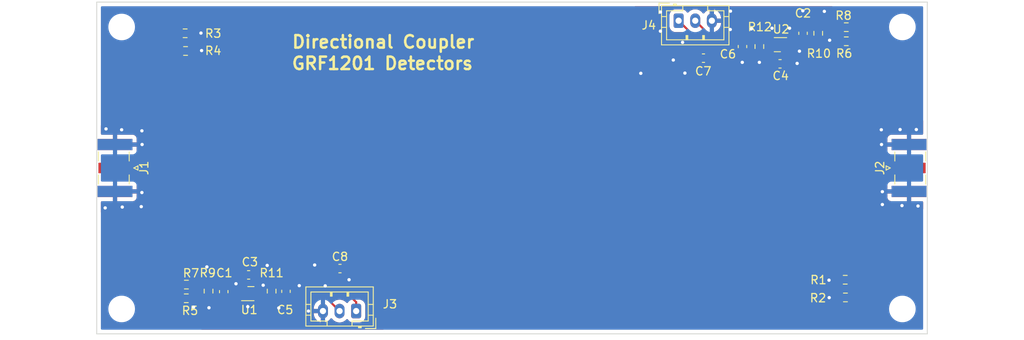
<source format=kicad_pcb>
(kicad_pcb (version 20211014) (generator pcbnew)
  (layers (0 "F.Cu" signal) (31 "B.Cu" signal) (34 "B.Paste" user) (35 "F.Paste" user) (36 "B.SilkS" user "B.Silkscreen") (37 "F.SilkS" user "F.Silkscreen") (38 "B.Mask" user) (39 "F.Mask" user) (44 "Edge.Cuts" user))
  (net 0 "")
  (net 1 "Net-(C1-Pad1)")
  (net 2 "Net-(C1-Pad2)")
  (net 3 "Net-(C2-Pad1)")
  (net 4 "Net-(C2-Pad2)")
  (net 5 "GND")
  (net 6 "Net-(C5-Pad1)")
  (net 7 "Net-(C6-Pad1)")
  (net 8 "Net-(J1-Pad1)")
  (net 9 "Net-(R1-Pad1)")
  (net 10 "Net-(R3-Pad1)")
  (net 11 "/Vcc2")
  (net 12 "/Vcc1")
  (footprint "Capacitor_SMD:C_0603_1608Metric" (layer "F.Cu") (at 177.7492 105.3592 -90)
    (fp_text reference "C6" (at 0.9144 1.7526) (layer "F.SilkS"))
    (fp_text value "C")
    (fp_line (start -0.14058 -0.51) (end 0.14058 -0.51) (layer "F.SilkS") (width 0.12))
    (fp_line (start -0.14058 0.51) (end 0.14058 0.51) (layer "F.SilkS") (width 0.12))
    (pad "1" smd roundrect (at -0.775 0 270) (size 0.9 0.95) (layers "F.Cu" "F.Paste" "F.Mask") (net 7 "Net-(C6-Pad1)"))
    (pad "2" smd roundrect (at 0.775 0 270) (size 0.9 0.95) (layers "F.Cu" "F.Paste" "F.Mask") (net 5 "GND"))
  )
  (footprint "Resistor_SMD:R_0603_1608Metric" (layer "F.Cu") (at 110.7948 134.0612 180)
    (fp_text reference "R7" (at -0.5588 1.3716) (layer "F.SilkS"))
    (fp_text value "R")
    (fp_line (start -0.237258 0.5225) (end 0.237258 0.5225) (layer "F.SilkS") (width 0.12))
    (fp_line (start -0.237258 -0.5225) (end 0.237258 -0.5225) (layer "F.SilkS") (width 0.12))
    (pad "1" smd roundrect (at -0.825 0 180) (size 0.8 0.95) (layers "F.Cu" "F.Paste" "F.Mask") (net 1 "Net-(C1-Pad1)"))
    (pad "2" smd roundrect (at 0.825 0 180) (size 0.8 0.95) (layers "F.Cu" "F.Paste" "F.Mask") (net 9 "Net-(R1-Pad1)"))
  )
  (footprint "Resistor_SMD:R_0603_1608Metric" (layer "F.Cu") (at 179.7812 105.3592 -90)
    (fp_text reference "R12" (at -2.3622 -0.0508) (layer "F.SilkS"))
    (fp_text value "R")
    (fp_line (start -0.237258 0.5225) (end 0.237258 0.5225) (layer "F.SilkS") (width 0.12))
    (fp_line (start -0.237258 -0.5225) (end 0.237258 -0.5225) (layer "F.SilkS") (width 0.12))
    (pad "1" smd roundrect (at -0.825 0 270) (size 0.8 0.95) (layers "F.Cu" "F.Paste" "F.Mask") (net 7 "Net-(C6-Pad1)"))
    (pad "2" smd roundrect (at 0.825 0 270) (size 0.8 0.95) (layers "F.Cu" "F.Paste" "F.Mask") (net 5 "GND"))
  )
  (footprint "Resistor_SMD:R_0603_1608Metric" (layer "F.Cu") (at 190.246 103.0224)
    (fp_text reference "R8" (at -0.3302 -1.397) (layer "F.SilkS"))
    (fp_text value "R")
    (fp_line (start -0.237258 -0.5225) (end 0.237258 -0.5225) (layer "F.SilkS") (width 0.12))
    (fp_line (start -0.237258 0.5225) (end 0.237258 0.5225) (layer "F.SilkS") (width 0.12))
    (pad "1" smd roundrect (at -0.825 0) (size 0.8 0.95) (layers "F.Cu" "F.Paste" "F.Mask") (net 3 "Net-(C2-Pad1)"))
    (pad "2" smd roundrect (at 0.825 0) (size 0.8 0.95) (layers "F.Cu" "F.Paste" "F.Mask") (net 10 "Net-(R3-Pad1)"))
  )
  (footprint "Resistor_SMD:R_0603_1608Metric" (layer "F.Cu") (at 110.7816 135.7122)
    (fp_text reference "R5" (at 0.445 1.4986) (layer "F.SilkS"))
    (fp_text value "R")
    (fp_line (start -0.237258 -0.5225) (end 0.237258 -0.5225) (layer "F.SilkS") (width 0.12))
    (fp_line (start -0.237258 0.5225) (end 0.237258 0.5225) (layer "F.SilkS") (width 0.12))
    (pad "1" smd roundrect (at -0.825 0) (size 0.8 0.95) (layers "F.Cu" "F.Paste" "F.Mask") (net 9 "Net-(R1-Pad1)"))
    (pad "2" smd roundrect (at 0.825 0) (size 0.8 0.95) (layers "F.Cu" "F.Paste" "F.Mask") (net 5 "GND"))
  )
  (footprint "Connector_JST:JST_PH_B3B-PH-K_1x03_P2.00mm_Vertical" (layer "F.Cu") (at 131.2352 137.2528 180)
    (fp_text reference "J3" (at -4.0706 0.8294 180) (layer "F.SilkS"))
    (fp_text value "Conn_01x03")
    (fp_line (start 2.9 2.3) (end 2.9 1.8) (layer "F.SilkS") (width 0.12))
    (fp_line (start 6.06 2.91) (end 6.06 -1.81) (layer "F.SilkS") (width 0.12))
    (fp_line (start 3.1 1.8) (end 3.1 2.3) (layer "F.SilkS") (width 0.12))
    (fp_line (start 0.9 2.3) (end 0.9 1.8) (layer "F.SilkS") (width 0.12))
    (fp_line (start 6.06 -1.81) (end -2.06 -1.81) (layer "F.SilkS") (width 0.12))
    (fp_line (start 0.5 -1.2) (end -1.45 -1.2) (layer "F.SilkS") (width 0.12))
    (fp_line (start 0.9 1.8) (end 1.1 1.8) (layer "F.SilkS") (width 0.12))
    (fp_line (start -1.45 2.3) (end 5.45 2.3) (layer "F.SilkS") (width 0.12))
    (fp_line (start -0.3 -1.91) (end -0.6 -1.91) (layer "F.SilkS") (width 0.12))
    (fp_line (start 6.06 0.8) (end 5.45 0.8) (layer "F.SilkS") (width 0.12))
    (fp_line (start 5.45 -1.2) (end 3.5 -1.2) (layer "F.SilkS") (width 0.12))
    (fp_line (start 0.5 -1.81) (end 0.5 -1.2) (layer "F.SilkS") (width 0.12))
    (fp_line (start -1.11 -2.11) (end -2.36 -2.11) (layer "F.SilkS") (width 0.12))
    (fp_line (start 2.9 1.8) (end 3.1 1.8) (layer "F.SilkS") (width 0.12))
    (fp_line (start -2.06 -1.81) (end -2.06 2.91) (layer "F.SilkS") (width 0.12))
    (fp_line (start -2.06 -0.5) (end -1.45 -0.5) (layer "F.SilkS") (width 0.12))
    (fp_line (start -2.06 2.91) (end 6.06 2.91) (layer "F.SilkS") (width 0.12))
    (fp_line (start 3.5 -1.2) (end 3.5 -1.81) (layer "F.SilkS") (width 0.12))
    (fp_line (start 3 2.3) (end 3 1.8) (layer "F.SilkS") (width 0.12))
    (fp_line (start -0.3 -1.81) (end -0.3 -2.01) (layer "F.SilkS") (width 0.12))
    (fp_line (start -0.3 -2.01) (end -0.6 -2.01) (layer "F.SilkS") (width 0.12))
    (fp_line (start -1.45 -1.2) (end -1.45 2.3) (layer "F.SilkS") (width 0.12))
    (fp_line (start 1.1 1.8) (end 1.1 2.3) (layer "F.SilkS") (width 0.12))
    (fp_line (start -0.6 -2.01) (end -0.6 -1.81) (layer "F.SilkS") (width 0.12))
    (fp_line (start -2.36 -2.11) (end -2.36 -0.86) (layer "F.SilkS") (width 0.12))
    (fp_line (start 5.45 2.3) (end 5.45 -1.2) (layer "F.SilkS") (width 0.12))
    (fp_line (start 1 2.3) (end 1 1.8) (layer "F.SilkS") (width 0.12))
    (fp_line (start -2.06 0.8) (end -1.45 0.8) (layer "F.SilkS") (width 0.12))
    (fp_line (start 6.06 -0.5) (end 5.45 -0.5) (layer "F.SilkS") (width 0.12))
    (pad "1" thru_hole roundrect (at 0 0 180) (size 1.2 1.75) (drill 0.75) (layers *.Cu *.Mask) (roundrect_rratio 0.2083333333) (net 11 "/Vcc2"))
    (pad "2" thru_hole oval (at 2 0 180) (size 1.2 1.75) (drill 0.75) (layers *.Cu *.Mask) (net 6 "Net-(C5-Pad1)"))
    (pad "3" thru_hole oval (at 4 0 180) (size 1.2 1.75) (drill 0.75) (layers *.Cu *.Mask) (net 5 "GND"))
  )
  (footprint "MountingHole:MountingHole_2.2mm_M2_DIN965" (layer "F.Cu") (at 197 103)
    (fp_text reference "H2" hide)
    (fp_text value "MountingHole")
    (pad "" np_thru_hole circle (at 0 0) (size 2.2 2.2) (drill 2.2) (layers *.Cu *.Mask))
  )
  (footprint "Gorilla:DFN-6-1EP_1.5x1.5mm_P0.5mm_EP0.6x1..1mm" (layer "F.Cu") (at 182.3212 105.1306 180)
    (fp_text reference "U2" (at -0.0762 1.8542 180) (layer "F.SilkS"))
    (fp_text value "GRF1201")
    (fp_line (start -0.75 0.85) (end 0.75 0.85) (layer "F.SilkS") (width 0.12))
    (fp_line (start 0 -0.85) (end 0.75 -0.85) (layer "F.SilkS") (width 0.12))
    (pad "1" smd roundrect (at -0.75 -0.5 180) (size 0.4 0.2) (layers "F.Cu" "F.Paste" "F.Mask") (net 5 "GND"))
    (pad "2" smd roundrect (at -0.75 0 180) (size 0.4 0.2) (layers "F.Cu" "F.Paste" "F.Mask") (net 5 "GND"))
    (pad "3" smd roundrect (at -0.75 0.5 180) (size 0.4 0.2) (layers "F.Cu" "F.Paste" "F.Mask") (net 4 "Net-(C2-Pad2)"))
    (pad "4" smd roundrect (at 0.75 0.5 180) (size 0.4 0.2) (layers "F.Cu" "F.Paste" "F.Mask") (net 7 "Net-(C6-Pad1)"))
    (pad "5" smd roundrect (at 0.75 0 180) (size 0.4 0.2) (layers "F.Cu" "F.Paste" "F.Mask") (net 5 "GND"))
    (pad "6" smd roundrect (at 0.75 -0.5 180) (size 0.4 0.2) (layers "F.Cu" "F.Paste" "F.Mask") (net 12 "/Vcc1"))
    (pad "7" smd rect (at 0 0 180) (size 0.6 1.1) (layers "F.Cu" "F.Mask") (net 5 "GND"))
  )
  (footprint "Resistor_SMD:R_0603_1608Metric" (layer "F.Cu") (at 186.8678 103.759 -90)
    (fp_text reference "R10" (at 2.4384 -0.0762) (layer "F.SilkS"))
    (fp_text value "R")
    (fp_line (start -0.237258 -0.5225) (end 0.237258 -0.5225) (layer "F.SilkS") (width 0.12))
    (fp_line (start -0.237258 0.5225) (end 0.237258 0.5225) (layer "F.SilkS") (width 0.12))
    (pad "1" smd roundrect (at -0.825 0 270) (size 0.8 0.95) (layers "F.Cu" "F.Paste" "F.Mask") (net 3 "Net-(C2-Pad1)"))
    (pad "2" smd roundrect (at 0.825 0 270) (size 0.8 0.95) (layers "F.Cu" "F.Paste" "F.Mask") (net 5 "GND"))
  )
  (footprint "MountingHole:MountingHole_2.2mm_M2_DIN965" (layer "F.Cu") (at 197 137)
    (fp_text reference "H4" hide)
    (fp_text value "MountingHole")
    (pad "" np_thru_hole circle (at 0 0) (size 2.2 2.2) (drill 2.2) (layers *.Cu *.Mask))
  )
  (footprint "Capacitor_SMD:C_0603_1608Metric" (layer "F.Cu") (at 118.2878 132.8928 180)
    (fp_text reference "C3" (at -0.1524 1.5494) (layer "F.SilkS"))
    (fp_text value "C")
    (fp_line (start -0.14058 -0.51) (end 0.14058 -0.51) (layer "F.SilkS") (width 0.12))
    (fp_line (start -0.14058 0.51) (end 0.14058 0.51) (layer "F.SilkS") (width 0.12))
    (pad "1" smd roundrect (at -0.775 0 180) (size 0.9 0.95) (layers "F.Cu" "F.Paste" "F.Mask") (net 11 "/Vcc2"))
    (pad "2" smd roundrect (at 0.775 0 180) (size 0.9 0.95) (layers "F.Cu" "F.Paste" "F.Mask") (net 5 "GND"))
  )
  (footprint "Capacitor_SMD:C_0603_1608Metric" (layer "F.Cu") (at 129.286 132.1308)
    (fp_text reference "C8" (at 0 -1.43) (layer "F.SilkS"))
    (fp_text value "C")
    (fp_line (start -0.14058 -0.51) (end 0.14058 -0.51) (layer "F.SilkS") (width 0.12))
    (fp_line (start -0.14058 0.51) (end 0.14058 0.51) (layer "F.SilkS") (width 0.12))
    (pad "1" smd roundrect (at -0.775 0) (size 0.9 0.95) (layers "F.Cu" "F.Paste" "F.Mask") (net 11 "/Vcc2"))
    (pad "2" smd roundrect (at 0.775 0) (size 0.9 0.95) (layers "F.Cu" "F.Paste" "F.Mask") (net 5 "GND"))
  )
  (footprint "Connector_JST:JST_PH_B3B-PH-K_1x03_P2.00mm_Vertical" (layer "F.Cu") (at 170.0596 102.2438)
    (fp_text reference "J4" (at -3.588 0.55) (layer "F.SilkS"))
    (fp_text value "Conn_01x03")
    (fp_line (start 3.5 -1.2) (end 3.5 -1.81) (layer "F.SilkS") (width 0.12))
    (fp_line (start -2.06 -1.81) (end -2.06 2.91) (layer "F.SilkS") (width 0.12))
    (fp_line (start 0.9 1.8) (end 1.1 1.8) (layer "F.SilkS") (width 0.12))
    (fp_line (start 3 2.3) (end 3 1.8) (layer "F.SilkS") (width 0.12))
    (fp_line (start 2.9 1.8) (end 3.1 1.8) (layer "F.SilkS") (width 0.12))
    (fp_line (start 0.9 2.3) (end 0.9 1.8) (layer "F.SilkS") (width 0.12))
    (fp_line (start 5.45 2.3) (end 5.45 -1.2) (layer "F.SilkS") (width 0.12))
    (fp_line (start -2.06 0.8) (end -1.45 0.8) (layer "F.SilkS") (width 0.12))
    (fp_line (start -2.06 2.91) (end 6.06 2.91) (layer "F.SilkS") (width 0.12))
    (fp_line (start -0.3 -2.01) (end -0.6 -2.01) (layer "F.SilkS") (width 0.12))
    (fp_line (start 6.06 -0.5) (end 5.45 -0.5) (layer "F.SilkS") (width 0.12))
    (fp_line (start 1.1 1.8) (end 1.1 2.3) (layer "F.SilkS") (width 0.12))
    (fp_line (start -1.11 -2.11) (end -2.36 -2.11) (layer "F.SilkS") (width 0.12))
    (fp_line (start 2.9 2.3) (end 2.9 1.8) (layer "F.SilkS") (width 0.12))
    (fp_line (start 0.5 -1.2) (end -1.45 -1.2) (layer "F.SilkS") (width 0.12))
    (fp_line (start -2.06 -0.5) (end -1.45 -0.5) (layer "F.SilkS") (width 0.12))
    (fp_line (start 6.06 -1.81) (end -2.06 -1.81) (layer "F.SilkS") (width 0.12))
    (fp_line (start 6.06 0.8) (end 5.45 0.8) (layer "F.SilkS") (width 0.12))
    (fp_line (start -0.6 -2.01) (end -0.6 -1.81) (layer "F.SilkS") (width 0.12))
    (fp_line (start 6.06 2.91) (end 6.06 -1.81) (layer "F.SilkS") (width 0.12))
    (fp_line (start -1.45 2.3) (end 5.45 2.3) (layer "F.SilkS") (width 0.12))
    (fp_line (start -1.45 -1.2) (end -1.45 2.3) (layer "F.SilkS") (width 0.12))
    (fp_line (start -0.3 -1.91) (end -0.6 -1.91) (layer "F.SilkS") (width 0.12))
    (fp_line (start 3.1 1.8) (end 3.1 2.3) (layer "F.SilkS") (width 0.12))
    (fp_line (start -2.36 -2.11) (end -2.36 -0.86) (layer "F.SilkS") (width 0.12))
    (fp_line (start 0.5 -1.81) (end 0.5 -1.2) (layer "F.SilkS") (width 0.12))
    (fp_line (start 1 2.3) (end 1 1.8) (layer "F.SilkS") (width 0.12))
    (fp_line (start -0.3 -1.81) (end -0.3 -2.01) (layer "F.SilkS") (width 0.12))
    (fp_line (start 5.45 -1.2) (end 3.5 -1.2) (layer "F.SilkS") (width 0.12))
    (pad "1" thru_hole roundrect (at 0 0) (size 1.2 1.75) (drill 0.75) (layers *.Cu *.Mask) (roundrect_rratio 0.2083333333) (net 12 "/Vcc1"))
    (pad "2" thru_hole oval (at 2 0) (size 1.2 1.75) (drill 0.75) (layers *.Cu *.Mask) (net 7 "Net-(C6-Pad1)"))
    (pad "3" thru_hole oval (at 4 0) (size 1.2 1.75) (drill 0.75) (layers *.Cu *.Mask) (net 5 "GND"))
  )
  (footprint "Resistor_SMD:R_0603_1608Metric" (layer "F.Cu") (at 190.119 133.477 180)
    (fp_text reference "R1" (at 3.2258 -0.0254) (layer "F.SilkS"))
    (fp_text value "R")
    (fp_line (start -0.237258 -0.5225) (end 0.237258 -0.5225) (layer "F.SilkS") (width 0.12))
    (fp_line (start -0.237258 0.5225) (end 0.237258 0.5225) (layer "F.SilkS") (width 0.12))
    (pad "1" smd roundrect (at -0.825 0 180) (size 0.8 0.95) (layers "F.Cu" "F.Paste" "F.Mask") (net 9 "Net-(R1-Pad1)"))
    (pad "2" smd roundrect (at 0.825 0 180) (size 0.8 0.95) (layers "F.Cu" "F.Paste" "F.Mask") (net 5 "GND"))
  )
  (footprint "Connector_Coaxial:SMA_Samtec_SMA-J-P-X-ST-EM1_EdgeMount" (layer "F.Cu") (at 102.2 120 -90)
    (fp_text reference "J1" (at 0 -3.5 90) (layer "F.SilkS"))
    (fp_text value "Conn_Coaxial")
    (fp_line (start -1.95 -1.71) (end -0.84 -1.71) (layer "F.SilkS") (width 0.12))
    (fp_line (start 0.84 2) (end 1.95 2) (layer "F.SilkS") (width 0.12))
    (fp_line (start -1.95 2) (end -0.84 2) (layer "F.SilkS") (width 0.12))
    (fp_line (start 0 -2.26) (end 0.25 -2.76) (layer "F.SilkS") (width 0.12))
    (fp_line (start 0.84 -1.71) (end 1.95 -1.71) (layer "F.SilkS") (width 0.12))
    (fp_line (start 0.25 -2.76) (end -0.25 -2.76) (layer "F.SilkS") (width 0.12))
    (fp_line (start -0.25 -2.76) (end 0 -2.26) (layer "F.SilkS") (width 0.12))
    (pad "1" smd rect (at 0 0.2 270) (size 1.27 3.6) (layers "F.Cu" "F.Paste" "F.Mask") (net 8 "Net-(J1-Pad1)"))
    (pad "2" smd rect (at -2.825 0 270) (size 1.35 4.2) (layers "F.Cu" "F.Paste" "F.Mask") (net 5 "GND"))
    (pad "2" smd rect (at -2.825 0 270) (size 1.35 4.2) (layers "B.Cu" "B.Paste" "B.Mask") (net 5 "GND"))
    (pad "2" smd rect (at 2.825 0 270) (size 1.35 4.2) (layers "F.Cu" "F.Paste" "F.Mask") (net 5 "GND"))
    (pad "2" smd rect (at 2.825 0 270) (size 1.35 4.2) (layers "B.Cu" "B.Paste" "B.Mask") (net 5 "GND"))
  )
  (footprint "MountingHole:MountingHole_2.2mm_M2_DIN965" (layer "F.Cu") (at 103 103)
    (fp_text reference "H1" hide)
    (fp_text value "MountingHole")
    (pad "" np_thru_hole circle (at 0 0) (size 2.2 2.2) (drill 2.2) (layers *.Cu *.Mask))
  )
  (footprint "Resistor_SMD:R_0603_1608Metric" (layer "F.Cu") (at 190.246 104.7242 180)
    (fp_text reference "R6" (at 0.254 -1.4732) (layer "F.SilkS"))
    (fp_text value "R")
    (fp_line (start -0.237258 -0.5225) (end 0.237258 -0.5225) (layer "F.SilkS") (width 0.12))
    (fp_line (start -0.237258 0.5225) (end 0.237258 0.5225) (layer "F.SilkS") (width 0.12))
    (pad "1" smd roundrect (at -0.825 0 180) (size 0.8 0.95) (layers "F.Cu" "F.Paste" "F.Mask") (net 10 "Net-(R3-Pad1)"))
    (pad "2" smd roundrect (at 0.825 0 180) (size 0.8 0.95) (layers "F.Cu" "F.Paste" "F.Mask") (net 5 "GND"))
  )
  (footprint "Connector_Coaxial:SMA_Samtec_SMA-J-P-X-ST-EM1_EdgeMount" (layer "F.Cu") (at 197.8 120 90)
    (fp_text reference "J2" (at 0 -3.5 90) (layer "F.SilkS"))
    (fp_text value "Conn_Coaxial")
    (fp_line (start -1.95 2) (end -0.84 2) (layer "F.SilkS") (width 0.12))
    (fp_line (start 0.25 -2.76) (end -0.25 -2.76) (layer "F.SilkS") (width 0.12))
    (fp_line (start -1.95 -1.71) (end -0.84 -1.71) (layer "F.SilkS") (width 0.12))
    (fp_line (start -0.25 -2.76) (end 0 -2.26) (layer "F.SilkS") (width 0.12))
    (fp_line (start 0.84 2) (end 1.95 2) (layer "F.SilkS") (width 0.12))
    (fp_line (start 0 -2.26) (end 0.25 -2.76) (layer "F.SilkS") (width 0.12))
    (fp_line (start 0.84 -1.71) (end 1.95 -1.71) (layer "F.SilkS") (width 0.12))
    (pad "1" smd rect (at 0 0.2 90) (size 1.27 3.6) (layers "F.Cu" "F.Paste" "F.Mask") (net 8 "Net-(J1-Pad1)"))
    (pad "2" smd rect (at -2.825 0 90) (size 1.35 4.2) (layers "B.Cu" "B.Paste" "B.Mask") (net 5 "GND"))
    (pad "2" smd rect (at 2.825 0 90) (size 1.35 4.2) (layers "B.Cu" "B.Paste" "B.Mask") (net 5 "GND"))
    (pad "2" smd rect (at 2.825 0 90) (size 1.35 4.2) (layers "F.Cu" "F.Paste" "F.Mask") (net 5 "GND"))
    (pad "2" smd rect (at -2.825 0 90) (size 1.35 4.2) (layers "F.Cu" "F.Paste" "F.Mask") (net 5 "GND"))
  )
  (footprint "Resistor_SMD:R_0603_1608Metric" (layer "F.Cu") (at 110.6932 105.8926)
    (fp_text reference "R4" (at 3.3274 -0.0254) (layer "F.SilkS"))
    (fp_text value "R")
    (fp_line (start -0.237258 -0.5225) (end 0.237258 -0.5225) (layer "F.SilkS") (width 0.12))
    (fp_line (start -0.237258 0.5225) (end 0.237258 0.5225) (layer "F.SilkS") (width 0.12))
    (pad "1" smd roundrect (at -0.825 0) (size 0.8 0.95) (layers "F.Cu" "F.Paste" "F.Mask") (net 10 "Net-(R3-Pad1)"))
    (pad "2" smd roundrect (at 0.825 0) (size 0.8 0.95) (layers "F.Cu" "F.Paste" "F.Mask") (net 5 "GND"))
  )
  (footprint "Gorilla:DFN-6-1EP_1.5x1.5mm_P0.5mm_EP0.6x1..1mm" (layer "F.Cu") (at 118.1862 135.1534)
    (fp_text reference "U1" (at 0.1778 1.9558) (layer "F.SilkS"))
    (fp_text value "GRF1201")
    (fp_line (start 0 -0.85) (end 0.75 -0.85) (layer "F.SilkS") (width 0.12))
    (fp_line (start -0.75 0.85) (end 0.75 0.85) (layer "F.SilkS") (width 0.12))
    (pad "1" smd roundrect (at -0.75 -0.5) (size 0.4 0.2) (layers "F.Cu" "F.Paste" "F.Mask") (net 5 "GND"))
    (pad "2" smd roundrect (at -0.75 0) (size 0.4 0.2) (layers "F.Cu" "F.Paste" "F.Mask") (net 5 "GND"))
    (pad "3" smd roundrect (at -0.75 0.5) (size 0.4 0.2) (layers "F.Cu" "F.Paste" "F.Mask") (net 2 "Net-(C1-Pad2)"))
    (pad "4" smd roundrect (at 0.75 0.5) (size 0.4 0.2) (layers "F.Cu" "F.Paste" "F.Mask") (net 6 "Net-(C5-Pad1)"))
    (pad "5" smd roundrect (at 0.75 0) (size 0.4 0.2) (layers "F.Cu" "F.Paste" "F.Mask") (net 5 "GND"))
    (pad "6" smd roundrect (at 0.75 -0.5) (size 0.4 0.2) (layers "F.Cu" "F.Paste" "F.Mask") (net 11 "/Vcc2"))
    (pad "7" smd rect (at 0 0) (size 0.6 1.1) (layers "F.Cu" "F.Mask") (net 5 "GND"))
  )
  (footprint "MountingHole:MountingHole_2.2mm_M2_DIN965" (layer "F.Cu") (at 103 137)
    (fp_text reference "H3" hide)
    (fp_text value "MountingHole")
    (pad "" np_thru_hole circle (at 0 0) (size 2.2 2.2) (drill 2.2) (layers *.Cu *.Mask))
  )
  (footprint "Resistor_SMD:R_0603_1608Metric" (layer "F.Cu") (at 113.4618 134.8486 -90)
    (fp_text reference "R9" (at -2.1844 0.1016) (layer "F.SilkS"))
    (fp_text value "R")
    (fp_line (start -0.237258 -0.5225) (end 0.237258 -0.5225) (layer "F.SilkS") (width 0.12))
    (fp_line (start -0.237258 0.5225) (end 0.237258 0.5225) (layer "F.SilkS") (width 0.12))
    (pad "1" smd roundrect (at -0.825 0 270) (size 0.8 0.95) (layers "F.Cu" "F.Paste" "F.Mask") (net 1 "Net-(C1-Pad1)"))
    (pad "2" smd roundrect (at 0.825 0 270) (size 0.8 0.95) (layers "F.Cu" "F.Paste" "F.Mask") (net 5 "GND"))
  )
  (footprint "Capacitor_SMD:C_0603_1608Metric" (layer "F.Cu") (at 182.2704 107.442)
    (fp_text reference "C4" (at 0.0762 1.4478) (layer "F.SilkS"))
    (fp_text value "C")
    (fp_line (start -0.14058 -0.51) (end 0.14058 -0.51) (layer "F.SilkS") (width 0.12))
    (fp_line (start -0.14058 0.51) (end 0.14058 0.51) (layer "F.SilkS") (width 0.12))
    (pad "1" smd roundrect (at -0.775 0) (size 0.9 0.95) (layers "F.Cu" "F.Paste" "F.Mask") (net 12 "/Vcc1"))
    (pad "2" smd roundrect (at 0.775 0) (size 0.9 0.95) (layers "F.Cu" "F.Paste" "F.Mask") (net 5 "GND"))
  )
  (footprint "Resistor_SMD:R_0603_1608Metric" (layer "F.Cu") (at 190.1444 135.6106 180)
    (fp_text reference "R2" (at 3.302 -0.0762) (layer "F.SilkS"))
    (fp_text value "R")
    (fp_line (start -0.237258 0.5225) (end 0.237258 0.5225) (layer "F.SilkS") (width 0.12))
    (fp_line (start -0.237258 -0.5225) (end 0.237258 -0.5225) (layer "F.SilkS") (width 0.12))
    (pad "1" smd roundrect (at -0.825 0 180) (size 0.8 0.95) (layers "F.Cu" "F.Paste" "F.Mask") (net 9 "Net-(R1-Pad1)"))
    (pad "2" smd roundrect (at 0.825 0 180) (size 0.8 0.95) (layers "F.Cu" "F.Paste" "F.Mask") (net 5 "GND"))
  )
  (footprint "Capacitor_SMD:C_0603_1608Metric" (layer "F.Cu") (at 173.0502 106.7562)
    (fp_text reference "C7" (at -0.0254 1.5748) (layer "F.SilkS"))
    (fp_text value "C")
    (fp_line (start -0.14058 -0.51) (end 0.14058 -0.51) (layer "F.SilkS") (width 0.12))
    (fp_line (start -0.14058 0.51) (end 0.14058 0.51) (layer "F.SilkS") (width 0.12))
    (pad "1" smd roundrect (at -0.775 0) (size 0.9 0.95) (layers "F.Cu" "F.Paste" "F.Mask") (net 12 "/Vcc1"))
    (pad "2" smd roundrect (at 0.775 0) (size 0.9 0.95) (layers "F.Cu" "F.Paste" "F.Mask") (net 5 "GND"))
  )
  (footprint "Capacitor_SMD:C_0603_1608Metric" (layer "F.Cu") (at 115.2906 134.9124 -90)
    (fp_text reference "C1" (at -2.2482 -0.0762) (layer "F.SilkS"))
    (fp_text value "C")
    (fp_line (start -0.14058 0.51) (end 0.14058 0.51) (layer "F.SilkS") (width 0.12))
    (fp_line (start -0.14058 -0.51) (end 0.14058 -0.51) (layer "F.SilkS") (width 0.12))
    (pad "1" smd roundrect (at -0.775 0 270) (size 0.9 0.95) (layers "F.Cu" "F.Paste" "F.Mask") (net 1 "Net-(C1-Pad1)"))
    (pad "2" smd roundrect (at 0.775 0 270) (size 0.9 0.95) (layers "F.Cu" "F.Paste" "F.Mask") (net 2 "Net-(C1-Pad2)"))
  )
  (footprint "Resistor_SMD:R_0603_1608Metric" (layer "F.Cu") (at 121.0564 134.8486 90)
    (fp_text reference "R11" (at 2.1844 0) (layer "F.SilkS"))
    (fp_text value "R")
    (fp_line (start -0.237258 0.5225) (end 0.237258 0.5225) (layer "F.SilkS") (width 0.12))
    (fp_line (start -0.237258 -0.5225) (end 0.237258 -0.5225) (layer "F.SilkS") (width 0.12))
    (pad "1" smd roundrect (at -0.825 0 90) (size 0.8 0.95) (layers "F.Cu" "F.Paste" "F.Mask") (net 6 "Net-(C5-Pad1)"))
    (pad "2" smd roundrect (at 0.825 0 90) (size 0.8 0.95) (layers "F.Cu" "F.Paste" "F.Mask") (net 5 "GND"))
  )
  (footprint "Capacitor_SMD:C_0603_1608Metric" (layer "F.Cu") (at 185.039 103.759 -90)
    (fp_text reference "C2" (at -2.413 0) (layer "F.SilkS"))
    (fp_text value "C")
    (fp_line (start -0.14058 -0.51) (end 0.14058 -0.51) (layer "F.SilkS") (width 0.12))
    (fp_line (start -0.14058 0.51) (end 0.14058 0.51) (layer "F.SilkS") (width 0.12))
    (pad "1" smd roundrect (at -0.775 0 270) (size 0.9 0.95) (layers "F.Cu" "F.Paste" "F.Mask") (net 3 "Net-(C2-Pad1)"))
    (pad "2" smd roundrect (at 0.775 0 270) (size 0.9 0.95) (layers "F.Cu" "F.Paste" "F.Mask") (net 4 "Net-(C2-Pad2)"))
  )
  (footprint "Capacitor_SMD:C_0603_1608Metric" (layer "F.Cu") (at 122.7836 134.874 90)
    (fp_text reference "C5" (at -2.2352 -0.1016) (layer "F.SilkS"))
    (fp_text value "C")
    (fp_line (start -0.14058 -0.51) (end 0.14058 -0.51) (layer "F.SilkS") (width 0.12))
    (fp_line (start -0.14058 0.51) (end 0.14058 0.51) (layer "F.SilkS") (width 0.12))
    (pad "1" smd roundrect (at -0.775 0 90) (size 0.9 0.95) (layers "F.Cu" "F.Paste" "F.Mask") (net 6 "Net-(C5-Pad1)"))
    (pad "2" smd roundrect (at 0.775 0 90) (size 0.9 0.95) (layers "F.Cu" "F.Paste" "F.Mask") (net 5 "GND"))
  )
  (footprint "Resistor_SMD:R_0603_1608Metric" (layer "F.Cu") (at 110.6424 103.759)
    (fp_text reference "R3" (at 3.3782 0.0254) (layer "F.SilkS"))
    (fp_text value "R")
    (fp_line (start -0.237258 -0.5225) (end 0.237258 -0.5225) (layer "F.SilkS") (width 0.12))
    (fp_line (start -0.237258 0.5225) (end 0.237258 0.5225) (layer "F.SilkS") (width 0.12))
    (pad "1" smd roundrect (at -0.825 0) (size 0.8 0.95) (layers "F.Cu" "F.Paste" "F.Mask") (net 10 "Net-(R3-Pad1)"))
    (pad "2" smd roundrect (at 0.825 0) (size 0.8 0.95) (layers "F.Cu" "F.Paste" "F.Mask") (net 5 "GND"))
  )
  (gr_line (start 200 140) (end 100 140) (layer "Edge.Cuts") (width 0.1))
  (gr_line (start 100 100) (end 200 100) (layer "Edge.Cuts") (width 0.1))
  (gr_line (start 200 100) (end 200 140) (layer "Edge.Cuts") (width 0.1))
  (gr_line (start 100 140) (end 100 100) (layer "Edge.Cuts") (width 0.1))
  (gr_text "GRF1201 Detectors" (at 134.3914 107.3912) (layer "F.SilkS") (effects (font (size 1.5 1.5) (thickness 0.3))))
  (gr_text "Directional Coupler" (at 134.493 104.8004) (layer "F.SilkS") (effects (font (size 1.5 1.5) (thickness 0.3))))
  (segment (start 113.4618 134.0236) (end 111.6574 134.0236) (width 0.25) (layer "F.Cu") (net 1))
  (segment (start 111.6574 134.0236) (end 111.6198 134.0612) (width 0.25) (layer "F.Cu") (net 1))
  (segment (start 115.2906 134.1374) (end 113.5756 134.1374) (width 0.25) (layer "F.Cu") (net 1))
  (segment (start 113.5756 134.1374) (end 113.4618 134.0236) (width 0.25) (layer "F.Cu") (net 1))
  (segment (start 115.2906 135.6874) (end 117.2147 135.6874) (width 0.25) (layer "F.Cu") (net 2))
  (segment (start 117.2147 135.6874) (end 117.2487 135.6534) (width 0.25) (layer "F.Cu") (net 2))
  (segment (start 189.421 103.0224) (end 186.9562 103.0224) (width 0.25) (layer "F.Cu") (net 3))
  (segment (start 186.8178 102.984) (end 186.8678 102.934) (width 0.25) (layer "F.Cu") (net 3))
  (segment (start 185.039 102.984) (end 186.8178 102.984) (width 0.25) (layer "F.Cu") (net 3))
  (segment (start 186.9562 103.0224) (end 186.8678 102.934) (width 0.25) (layer "F.Cu") (net 3))
  (segment (start 184.9424 104.6306) (end 185.039 104.534) (width 0.25) (layer "F.Cu") (net 4))
  (segment (start 183.2587 104.6306) (end 184.9424 104.6306) (width 0.25) (layer "F.Cu") (net 4))
  (segment (start 122.7082 134.0236) (end 122.7836 134.099) (width 0.25) (layer "F.Cu") (net 5))
  (segment (start 113.5126 135.7244) (end 113.4618 135.6736) (width 0.25) (layer "F.Cu") (net 5))
  (segment (start 116.7638 133.5402) (end 117.4366 132.8674) (width 0.25) (layer "F.Cu") (net 5))
  (segment (start 119.608528 135.1534) (end 120.0404 134.721528) (width 0.25) (layer "F.Cu") (net 5))
  (segment (start 120.1542 134.0236) (end 120.0404 134.1374) (width 0.25) (layer "F.Cu") (net 5))
  (segment (start 116.7638 133.9596) (end 116.7638 134.1685) (width 0.25) (layer "F.Cu") (net 5))
  (segment (start 183.2587 105.1306) (end 183.8198 105.1306) (width 0.25) (layer "F.Cu") (net 5))
  (segment (start 119.1237 135.1534) (end 119.608528 135.1534) (width 0.25) (layer "F.Cu") (net 5))
  (segment (start 121.0564 134.0236) (end 122.7082 134.0236) (width 0.25) (layer "F.Cu") (net 5))
  (segment (start 130.3782 133.477) (end 130.3782 132.3818) (width 0.25) (layer "F.Cu") (net 5))
  (segment (start 111.6584 135.764) (end 111.6066 135.7122) (width 0.25) (layer "F.Cu") (net 5))
  (segment (start 183.2587 105.1306) (end 182.3212 105.1306) (width 0.25) (layer "F.Cu") (net 5))
  (segment (start 117.6862 134.6534) (end 118.1862 135.1534) (width 0.25) (layer "F.Cu") (net 5))
  (segment (start 112.5728 105.8926) (end 112.6236 105.8418) (width 0.25) (layer "F.Cu") (net 5))
  (segment (start 183.2587 105.6306) (end 184.3198 105.6306) (width 0.25) (layer "F.Cu") (net 5))
  (segment (start 119.1237 135.1534) (end 118.1862 135.1534) (width 0.25) (layer "F.Cu") (net 5))
  (segment (start 188.3664 104.7242) (end 188.2394 104.5972) (width 0.25) (layer "F.Cu") (net 5))
  (segment (start 130.3782 132.3818) (end 130.1692 132.1728) (width 0.25) (layer "F.Cu") (net 5))
  (segment (start 111.6584 136.779) (end 111.6584 135.764) (width 0.25) (layer "F.Cu") (net 5))
  (segment (start 112.522 103.759) (end 112.5474 103.7336) (width 0.25) (layer "F.Cu") (net 5))
  (segment (start 184.3198 105.6306) (end 184.6072 105.918) (width 0.25) (layer "F.Cu") (net 5))
  (segment (start 127.2352 137.2528) (end 125.4926 137.2528) (width 0.25) (layer "F.Cu") (net 5))
  (segment (start 120.0404 134.721528) (end 120.0404 134.1374) (width 0.25) (layer "F.Cu") (net 5))
  (segment (start 189.421 104.7242) (end 188.3664 104.7242) (width 0.25) (layer "F.Cu") (net 5))
  (segment (start 179.7812 106.1842) (end 180.8348 105.1306) (width 0.25) (layer "F.Cu") (net 5))
  (segment (start 188.1886 135.636) (end 189.294 135.636) (width 0.25) (layer "F.Cu") (net 5))
  (segment (start 188.1632 133.5278) (end 189.2432 133.5278) (width 0.25) (layer "F.Cu") (net 5))
  (segment (start 118.1862 135.1534) (end 117.2487 135.1534) (width 0.25) (layer "F.Cu") (net 5))
  (segment (start 180.8348 105.1306) (end 181.3837 105.1306) (width 0.25) (layer "F.Cu") (net 5))
  (segment (start 111.5182 105.8926) (end 112.5728 105.8926) (width 0.25) (layer "F.Cu") (net 5))
  (segment (start 121.0564 134.0236) (end 120.1542 134.0236) (width 0.25) (layer "F.Cu") (net 5))
  (segment (start 111.4674 103.759) (end 112.522 103.759) (width 0.25) (layer "F.Cu") (net 5))
  (segment (start 113.5126 136.8552) (end 113.5126 135.7244) (width 0.25) (layer "F.Cu") (net 5))
  (segment (start 183.8198 105.1306) (end 184.6072 105.918) (width 0.25) (layer "F.Cu") (net 5))
  (segment (start 117.2487 134.6534) (end 117.6862 134.6534) (width 0.25) (layer "F.Cu") (net 5))
  (segment (start 189.2432 133.5278) (end 189.294 133.477) (width 0.25) (layer "F.Cu") (net 5))
  (segment (start 116.7638 134.1685) (end 117.2487 134.6534) (width 0.25) (layer "F.Cu") (net 5))
  (segment (start 181.3837 105.1306) (end 182.3212 105.1306) (width 0.25) (layer "F.Cu") (net 5))
  (segment (start 116.7638 133.9596) (end 116.7638 133.5402) (width 0.25) (layer "F.Cu") (net 5))
  (segment (start 189.294 135.636) (end 189.3194 135.6106) (width 0.25) (layer "F.Cu") (net 5))
  (via (at 105.3592 124.6632) (size 0.8) (drill 0.4) (layers "F.Cu" "B.Cu") (net 5))
  (via (at 176.276 103.3018) (size 0.8) (drill 0.4) (layers "F.Cu" "B.Cu") (net 5))
  (via (at 194.5894 124.4092) (size 0.8) (drill 0.4) (layers "F.Cu" "B.Cu") (net 5))
  (via (at 170.5356 104.8512) (size 0.8) (drill 0.4) (layers "F.Cu" "B.Cu") (net 5))
  (via (at 118.1862 136.7282) (size 0.8) (drill 0.4) (layers "F.Cu" "B.Cu") (net 5))
  (via (at 113.5126 136.8552) (size 0.8) (drill 0.4) (layers "F.Cu" "B.Cu") (net 5))
  (via (at 125.4926 137.2528) (size 0.8) (drill 0.4) (layers "F.Cu" "B.Cu") (net 5))
  (via (at 105.4354 115.5192) (size 0.8) (drill 0.4) (layers "F.Cu" "B.Cu") (net 5))
  (via (at 112.5474 103.7336) (size 0.8) (drill 0.4) (layers "F.Cu" "B.Cu") (net 5))
  (via (at 120.523 131.7498) (size 0.8) (drill 0.4) (layers "F.Cu" "B.Cu") (net 5))
  (via (at 198.882 124.587) (size 0.8) (drill 0.4) (layers "F.Cu" "B.Cu") (net 5))
  (via (at 188.2394 104.5972) (size 0.8) (drill 0.4) (layers "F.Cu" "B.Cu") (net 5))
  (via (at 196.9516 124.5362) (size 0.8) (drill 0.4) (layers "F.Cu" "B.Cu") (net 5))
  (via (at 105.4608 117.1702) (size 0.8) (drill 0.4) (layers "F.Cu" "B.Cu") (net 5))
  (via (at 167.8686 103.505) (size 0.8) (drill 0.4) (layers "F.Cu" "B.Cu") (net 5))
  (via (at 101.0158 124.8156) (size 0.8) (drill 0.4) (layers "F.Cu" "B.Cu") (net 5))
  (via (at 124.3838 134.1882) (size 0.8) (drill 0.4) (layers "F.Cu" "B.Cu") (net 5))
  (via (at 112.6236 105.8418) (size 0.8) (drill 0.4) (layers "F.Cu" "B.Cu") (net 5))
  (via (at 178.816 103.2256) (size 0.8) (drill 0.4) (layers "F.Cu" "B.Cu") (net 5))
  (via (at 179.7812 107.2642) (size 0.8) (drill 0.4) (layers "F.Cu" "B.Cu") (net 5))
  (via (at 188.1886 135.636) (size 0.8) (drill 0.4) (layers "F.Cu" "B.Cu") (net 5))
  (via (at 184.3278 107.3912) (size 0.8) (drill 0.4) (layers "F.Cu" "B.Cu") (net 5))
  (via (at 177.7238 107.2642) (size 0.8) (drill 0.4) (layers "F.Cu" "B.Cu") (net 5))
  (via (at 120.0404 134.1374) (size 0.8) (drill 0.4) (layers "F.Cu" "B.Cu") (net 5))
  (via (at 113.2586 131.9276) (size 0.8) (drill 0.4) (layers "F.Cu" "B.Cu") (net 5))
  (via (at 185.0136 101.0412) (size 0.8) (drill 0.4) (layers "F.Cu" "B.Cu") (net 5))
  (via (at 176.3014 101.092) (size 0.8) (drill 0.4) (layers "F.Cu" "B.Cu") (net 5))
  (via (at 184.6072 105.918) (size 0.8) (drill 0.4) (layers "F.Cu" "B.Cu") (net 5))
  (via (at 102.997 115.3922) (size 0.8) (drill 0.4) (layers "F.Cu" "B.Cu") (net 5))
  (via (at 170.815 108.5596) (size 0.8) (drill 0.4) (layers "F.Cu" "B.Cu") (net 5))
  (via (at 183.4134 103.1494) (size 0.8) (drill 0.4) (layers "F.Cu" "B.Cu") (net 5))
  (via (at 103.0732 124.714) (size 0.8) (drill 0.4) (layers "F.Cu" "B.Cu") (net 5))
  (via (at 194.4624 115.3922) (size 0.8) (drill 0.4) (layers "F.Cu" "B.Cu") (net 5))
  (via (at 194.4878 117.1702) (size 0.8) (drill 0.4) (layers "F.Cu" "B.Cu") (net 5))
  (via (at 188.1632 133.5278) (size 0.8) (drill 0.4) (layers "F.Cu" "B.Cu") (net 5))
  (via (at 165.5064 108.585) (size 0.8) (drill 0.4) (layers "F.Cu" "B.Cu") (net 5))
  (via (at 198.6788 115.3668) (size 0.8) (drill 0.4) (layers "F.Cu" "B.Cu") (net 5))
  (via (at 167.8686 101.1936) (size 0.8) (drill 0.4) (layers "F.Cu" "B.Cu") (net 5))
  (via (at 101.1174 115.2906) (size 0.8) (drill 0.4) (layers "F.Cu" "B.Cu") (net 5))
  (via (at 130.3782 133.477) (size 0.8) (drill 0.4) (layers "F.Cu" "B.Cu") (net 5))
  (via (at 111.6584 136.779) (size 0.8) (drill 0.4) (layers "F.Cu" "B.Cu") (net 5))
  (via (at 181.3052 103.1494) (size 0.8) (drill 0.4) (layers "F.Cu" "B.Cu") (net 5))
  (via (at 121.92 136.8806) (size 0.8) (drill 0.4) (layers "F.Cu" "B.Cu") (net 5))
  (via (at 116.7638 133.9596) (size 0.8) (drill 0.4) (layers "F.Cu" "B.Cu") (net 5))
  (via (at 127.508 134.2136) (size 0.8) (drill 0.4) (layers "F.Cu" "B.Cu") (net 5))
  (via (at 187.6044 101.1174) (size 0.8) (drill 0.4) (layers "F.Cu" "B.Cu") (net 5))
  (via (at 196.723 115.3668) (size 0.8) (drill 0.4) (layers "F.Cu" "B.Cu") (net 5))
  (via (at 126.238 131.699) (size 0.8) (drill 0.4) (layers "F.Cu" "B.Cu") (net 5))
  (via (at 105.4354 122.9614) (size 0.8) (drill 0.4) (layers "F.Cu" "B.Cu") (net 5))
  (via (at 194.5894 122.8598) (size 0.8) (drill 0.4) (layers "F.Cu" "B.Cu") (net 5))
  (via (at 169.418 106.9848) (size 0.8) (drill 0.4) (layers "F.Cu" "B.Cu") (net 5))
  (segment (start 121.0564 135.6736) (end 122.759 135.6736) (width 0.25) (layer "F.Cu") (net 6))
  (segment (start 127.6314 135.649) (end 122.7836 135.649) (width 0.25) (layer "F.Cu") (net 6))
  (segment (start 122.759 135.6736) (end 122.7836 135.649) (width 0.25) (layer "F.Cu") (net 6))
  (segment (start 121.0362 135.6534) (end 121.0564 135.6736) (width 0.25) (layer "F.Cu") (net 6))
  (segment (start 129.2352 137.2528) (end 127.6314 135.649) (width 0.25) (layer "F.Cu") (net 6))
  (segment (start 119.1237 135.6534) (end 121.0362 135.6534) (width 0.25) (layer "F.Cu") (net 6))
  (segment (start 177.7992 104.5342) (end 177.7492 104.5842) (width 0.25) (layer "F.Cu") (net 7))
  (segment (start 181.3837 104.6306) (end 179.8776 104.6306) (width 0.25) (layer "F.Cu") (net 7))
  (segment (start 179.7812 104.5342) (end 177.7992 104.5342) (width 0.25) (layer "F.Cu") (net 7))
  (segment (start 174.4 104.5842) (end 172.0596 102.2438) (width 0.25) (layer "F.Cu") (net 7))
  (segment (start 179.8776 104.6306) (end 179.7812 104.5342) (width 0.25) (layer "F.Cu") (net 7))
  (segment (start 177.7492 104.5842) (end 174.4 104.5842) (width 0.25) (layer "F.Cu") (net 7))
  (segment (start 102 120) (end 198 120) (width 3) (layer "F.Cu") (net 8))
  (segment (start 192 126.5936) (end 192 135.763) (width 2.85) (layer "F.Cu") (net 9))
  (segment (start 110 125.8898) (end 108.9152 126.9746) (width 2.85) (layer "F.Cu") (net 9))
  (segment (start 110 125.85) (end 110 125.8898) (width 2.85) (layer "F.Cu") (net 9))
  (segment (start 108.9152 126.9746) (end 108.9152 135.763) (width 2.85) (layer "F.Cu") (net 9))
  (segment (start 191.1788 125.85) (end 191.9224 126.5936) (width 2.85) (layer "F.Cu") (net 9))
  (segment (start 110 125.85) (end 191.1788 125.85) (width 2.85) (layer "F.Cu") (net 9))
  (segment (start 109.8828 114.15) (end 190.2958 114.15) (width 2.85) (layer "F.Cu") (net 10))
  (segment (start 108.8644 113.1316) (end 109.8828 114.15) (width 2.85) (layer "F.Cu") (net 10))
  (segment (start 108.8644 103.9368) (end 108.8644 113.1316) (width 2.85) (layer "F.Cu") (net 10))
  (segment (start 190.2958 114.15) (end 192 112.4458) (width 2.85) (layer "F.Cu") (net 10))
  (segment (start 192 112.4458) (end 192 103.0986) (width 2.85) (layer "F.Cu") (net 10))
  (segment (start 119.1237 134.6534) (end 119.1237 133.0045) (width 0.25) (layer "F.Cu") (net 11))
  (segment (start 119.1237 133.0045) (end 118.9866 132.8674) (width 0.25) (layer "F.Cu") (net 11))
  (segment (start 118.9866 132.8674) (end 127.9246 132.8674) (width 0.25) (layer "F.Cu") (net 11))
  (segment (start 127.9246 132.8674) (end 128.6192 132.1728) (width 0.25) (layer "F.Cu") (net 11))
  (segment (start 131.2352 137.2528) (end 131.2352 136.178) (width 0.25) (layer "F.Cu") (net 11))
  (segment (start 131.2352 136.178) (end 127.9246 132.8674) (width 0.25) (layer "F.Cu") (net 11))
  (segment (start 181.3837 105.6306) (end 181.3837 107.2033) (width 0.25) (layer "F.Cu") (net 12))
  (segment (start 170.0596 102.2438) (end 172.352 104.5362) (width 0.25) (layer "F.Cu") (net 12))
  (segment (start 180.9874 108.0262) (end 181.597 107.4166) (width 0.25) (layer "F.Cu") (net 12))
  (segment (start 172.352 106.9848) (end 173.3934 108.0262) (width 0.25) (layer "F.Cu") (net 12))
  (segment (start 173.3934 108.0262) (end 180.9874 108.0262) (width 0.25) (layer "F.Cu") (net 12))
  (segment (start 181.3837 107.2033) (end 181.597 107.4166) (width 0.25) (layer "F.Cu") (net 12))
  (segment (start 172.352 104.5362) (end 172.352 106.9848) (width 0.25) (layer "F.Cu") (net 12))
  (zone (net 5) (net_name "GND") (layer "F.Cu") (connect_pads (clearance 0.5)) (min_thickness 0.254) (fill yes (thermal_gap 0.508) (thermal_bridge_width 0.508))
    (polygon (pts (xy 134.5946 140.0048) (xy 112.522 139.9794) (xy 112.5474 131.191) (xy 134.5946 131.191)))
  )
  (zone (net 5) (net_name "GND") (layer "F.Cu") (connect_pads (clearance 0.5)) (min_thickness 0.254) (fill yes (thermal_gap 0.508) (thermal_bridge_width 0.508))
    (polygon (pts (xy 188.652378 99.807045) (xy 188.576178 109.306645) (xy 164.719 109.3724) (xy 164.719 99.7458)))
  )
  (zone (net 5) (net_name "GND") (layer "F.Cu") (connect_pads (clearance 0.5)) (min_thickness 0.254) (fill yes (thermal_gap 0.508) (thermal_bridge_width 0.508))
    (polygon (pts (xy 200.025 114.1984) (xy 199.9996 125.0442) (xy 193.9798 125.0188) (xy 193.9798 114.173)))
  )
  (zone (net 5) (net_name "GND") (layer "F.Cu") (connect_pads (clearance 0.5)) (min_thickness 0.254) (fill yes (thermal_gap 0.508) (thermal_bridge_width 0.508))
    (polygon (pts (xy 105.9688 125.4506) (xy 99.9998 125.4506) (xy 99.9998 114.7572) (xy 105.9688 114.7572)))
  )
  (zone (net 5) (net_name "GND") (layer "B.Cu") (connect_pads (clearance 0.5)) (min_thickness 0.254) (fill yes (thermal_gap 0.508) (thermal_bridge_width 0.508))
    (polygon (pts (xy 199.9996 139.9794) (xy 99.9998 139.9794) (xy 99.9998 99.9998) (xy 199.9996 99.9998)))
  )
)
</source>
